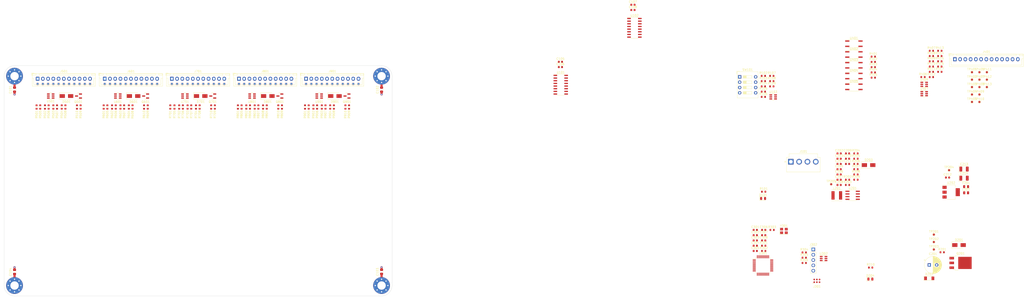
<source format=kicad_pcb>
(kicad_pcb (version 20221018) (generator pcbnew)
  (layers (0 "F.Cu" signal) (1 "In1.Cu" signal) (2 "In2.Cu" signal) (31 "B.Cu" signal) (34 "B.Paste" user) (35 "F.Paste" user) (36 "B.SilkS" user "B.Silkscreen") (37 "F.SilkS" user "F.Silkscreen") (38 "B.Mask" user) (39 "F.Mask" user) (44 "Edge.Cuts" user))
  (net 0 "")
  (net 1 "GND")
  (net 2 "Net-(C101-Pad2)")
  (net 3 "Net-(C102-Pad2)")
  (net 4 "Net-(C103-Pad2)")
  (net 5 "Net-(C104-Pad2)")
  (net 6 "+3V3")
  (net 7 "VCC")
  (net 8 "/Power/BUCK_SS")
  (net 9 "/Power/BUCK_CP")
  (net 10 "Net-(C208-Pad1)")
  (net 11 "/Power/BUCK_BOOT")
  (net 12 "/Power/BUCK_PH")
  (net 13 "/Power/+5V")
  (net 14 "/Power/LDO_VI")
  (net 15 "/Power/LDO_VO")
  (net 16 "/MCU/RCC_OSC_IN")
  (net 17 "/MCU/MCU_NRST")
  (net 18 "Net-(C303-Pad1)")
  (net 19 "/STATUS_LED_K")
  (net 20 "/STATUS_LED_A")
  (net 21 "/Power/EXT_VCC")
  (net 22 "Net-(D202-A)")
  (net 23 "/Power/POWER_LED_K")
  (net 24 "/Pad Channel 1/CH_LIGHT_CONN")
  (net 25 "/Pad Channel 2/CH_LIGHT_CONN")
  (net 26 "/Pad Channel 3/CH_LIGHT_CONN")
  (net 27 "/Pad Channel 4/CH_LIGHT_CONN")
  (net 28 "/Pad Channel 5/CH_LIGHT_CONN")
  (net 29 "/MCU/CONN_SWDIO")
  (net 30 "/MCU/CONN_NRST")
  (net 31 "/MCU/CONN_SWCLK")
  (net 33 "/Comm Channel/TEST_CONN")
  (net 34 "/Comm Channel/FL5_CONN")
  (net 35 "/Comm Channel/FL4_CONN")
  (net 36 "/Comm Channel/FL3_CONN")
  (net 37 "/Comm Channel/FL2_CONN")
  (net 38 "/Comm Channel/FL1_CONN")
  (net 39 "/Comm Channel/CH5_PAD_CONN")
  (net 40 "/Comm Channel/CH4_PAD_CONN")
  (net 41 "/Comm Channel/CH3_PAD_CONN")
  (net 42 "/Comm Channel/CH2_PAD_CONN")
  (net 43 "/Comm Channel/CH1_PAD_CONN")
  (net 44 "GND1")
  (net 45 "/Pad Channel 1/CH_S1_CONN")
  (net 46 "/Pad Channel 1/CH_S2_CONN")
  (net 47 "/Pad Channel 1/CH_S3_CONN")
  (net 48 "/Pad Channel 1/CH_S4_CONN")
  (net 49 "/Pad Channel 2/CH_S1_CONN")
  (net 50 "/Pad Channel 2/CH_S2_CONN")
  (net 51 "/Pad Channel 2/CH_S3_CONN")
  (net 52 "/Pad Channel 2/CH_S4_CONN")
  (net 53 "/Pad Channel 3/CH_S1_CONN")
  (net 54 "/Pad Channel 3/CH_S2_CONN")
  (net 55 "/Pad Channel 3/CH_S3_CONN")
  (net 56 "/Pad Channel 3/CH_S4_CONN")
  (net 57 "/Pad Channel 4/CH_S1_CONN")
  (net 58 "/Pad Channel 4/CH_S2_CONN")
  (net 59 "/Pad Channel 4/CH_S3_CONN")
  (net 60 "/Pad Channel 4/CH_S4_CONN")
  (net 61 "/Pad Channel 5/CH_S1_CONN")
  (net 62 "/Pad Channel 5/CH_S2_CONN")
  (net 63 "/Pad Channel 5/CH_S3_CONN")
  (net 64 "/Pad Channel 5/CH_S4_CONN")
  (net 65 "Net-(Q501-G)")
  (net 66 "Net-(Q601-G)")
  (net 67 "Net-(Q701-G)")
  (net 68 "Net-(Q801-G)")
  (net 69 "Net-(Q901-G)")
  (net 70 "Net-(U103-IO1)")
  (net 71 "/OPT_COMP_MODE")
  (net 72 "Net-(U103-IO2)")
  (net 73 "/OPT_DEBOUNCE")
  (net 74 "Net-(U103-IO3)")
  (net 75 "/OPT_LIGHT_MODE")
  (net 76 "Net-(U103-IO4)")
  (net 77 "/OPT_BOOT0")
  (net 78 "Net-(R202-Pad1)")
  (net 79 "/Power/BUCK_EN")
  (net 80 "/Power/BUCK_VSENSE")
  (net 81 "Net-(R208-Pad2)")
  (net 82 "/MCU/RCC_OSC_OUT")
  (net 83 "/MCU/MCU_SWDIO")
  (net 84 "/MCU/MCU_SWCLK")
  (net 85 "/CH1_PAD")
  (net 86 "Net-(R401-Pad2)")
  (net 87 "/CH2_PAD")
  (net 88 "Net-(R402-Pad2)")
  (net 89 "/CH3_PAD")
  (net 90 "Net-(R403-Pad2)")
  (net 91 "/CH4_PAD")
  (net 92 "Net-(R404-Pad2)")
  (net 93 "/CH5_PAD")
  (net 94 "Net-(R405-Pad2)")
  (net 95 "/COMM.TEST")
  (net 96 "/COMM.FL5")
  (net 97 "/COMM.FL4")
  (net 98 "/COMM.FL3")
  (net 99 "/COMM.FL2")
  (net 100 "/COMM.FL1")
  (net 101 "/CH1_S1")
  (net 102 "/CH1_S2")
  (net 103 "/CH1_S3")
  (net 104 "/CH1_S4")
  (net 105 "/LIGHT_CH1")
  (net 106 "/CH2_S1")
  (net 107 "/CH2_S2")
  (net 108 "/CH2_S3")
  (net 109 "/CH2_S4")
  (net 110 "/LIGHT_CH2")
  (net 111 "/CH3_S1")
  (net 112 "/CH3_S2")
  (net 113 "/CH3_S3")
  (net 114 "/CH3_S4")
  (net 115 "/LIGHT_CH3")
  (net 116 "/CH4_S1")
  (net 117 "/CH4_S2")
  (net 118 "/CH4_S3")
  (net 119 "/CH4_S4")
  (net 120 "/LIGHT_CH4")
  (net 121 "/CH5_S1")
  (net 122 "/CH5_S2")
  (net 123 "/CH5_S3")
  (net 124 "/CH5_S4")
  (net 125 "/LIGHT_CH5")
  (net 129 "/LIGHTS_SRCLK")
  (net 130 "/LIGHTS_RCLK")
  (net 131 "/LIGHTS_SER")
  (net 136 "/PADS_SRCLK")
  (net 137 "/PADS_RCLK")
  (net 138 "/PADS_SER")
  (footprint "Resistor_SMD:R_0603_1608Metric" (layer "F.Cu") (at 456.165 97.97)
    (fp_text reference "R203")
    (fp_text value "100k")
  )
  (footprint "Capacitor_SMD:C_0603_1608Metric" (layer "F.Cu") (at 456.165 87.93)
    (fp_text reference "C211")
    (fp_text value "10u")
  )
  (footprint "Resistor_SMD:R_0603_1608Metric" (layer "F.Cu") (at 79.25 60.75 -90)
    (fp_text reference "R507")
    (fp_text value "150R")
  )
  (footprint "Package_TO_SOT_SMD:SOT-23-6" (layer "F.Cu") (at 204.25 55.5 180)
    (fp_text reference "U901")
    (fp_text value "SRV05-4")
  )
  (footprint "Resistor_SMD:R_0603_1608Metric" (layer "F.Cu") (at 467.175 137.42)
    (fp_text reference "R210")
    (fp_text value "1k")
  )
  (footprint "Package_SO:SO-4_4.4x3.6mm_P2.54mm" (layer "F.Cu") (at 459.2 51.1)
    (fp_text reference "U405")
    (fp_text value "EL357N(C)(TA)-G")
  )
  (footprint "Resistor_SMD:R_0603_1608Metric" (layer "F.Cu") (at 73.5 60.75 90)
    (fp_text reference "R502")
    (fp_text value "10k")
  )
  (footprint "Resistor_SMD:R_0603_1608Metric" (layer "F.Cu") (at 500.175 43.93)
    (fp_text reference "R417")
    (fp_text value "10k")
  )
  (footprint "Connector:Tag-Connect_TC2030-IDC-NL_2x03_P1.27mm_Vertical" (layer "F.Cu") (at 441.55 143.76)
    (fp_text reference "J301")
    (fp_text value "TC2030-MCP-NL")
  )
  (footprint "Fuse:Fuse_0805_2012Metric" (layer "F.Cu") (at 512.705 98.77)
    (fp_text reference "F201")
    (fp_text value "BSMD0805-035")
  )
  (footprint "Resistor_SMD:R_0603_1608Metric" (layer "F.Cu") (at 496.165 33.89)
    (fp_text reference "R407")
    (fp_text value "150R")
  )
  (footprint "Capacitor_SMD:C_0603_1608Metric" (layer "F.Cu") (at 503.85 94.42)
    (fp_text reference "C212")
    (fp_text value "100n")
  )
  (footprint "Resistor_SMD:R_0603_1608Metric" (layer "F.Cu") (at 88.75 60.75 -90)
    (fp_text reference "R510")
    (fp_text value "10k")
  )
  (footprint "Resistor_SMD:R_0603_1608Metric" (layer "F.Cu") (at 90.5 60.75 -90)
    (fp_text reference "R509")
    (fp_text value "150R")
  )
  (footprint "TestPoint:TestPoint_Pad_D1.0mm" (layer "F.Cu") (at 519.05 51.22)
    (fp_text reference "TP408")
    (fp_text value "TestPoint_Small")
  )
  (footprint "Resistor_SMD:R_0603_1608Metric" (layer "F.Cu") (at 416.045 50.89)
    (fp_text reference "R104")
    (fp_text value "150R")
  )
  (footprint "Connector_JST:JST_XH_B13B-XH-A_1x13_P2.50mm_Vertical" (layer "F.Cu") (at 507.35 37.92)
    (fp_text reference "J401")
    (fp_text value "JST_B13P_XH")
  )
  (footprint "Package_TO_SOT_SMD:SOT-23-6" (layer "F.Cu") (at 172.25 55.5 180)
    (fp_text reference "U801")
    (fp_text value "SRV05-4")
  )
  (footprint "Resistor_SMD:R_0603_1608Metric" (layer "F.Cu") (at 460.175 92.95)
    (fp_text reference "R208")
    (fp_text value "100R")
  )
  (footprint "Button_Switch_THT:SW_DIP_SPSTx04_Slide_9.78x12.34mm_W7.62mm_P2.54mm" (layer "F.Cu") (at 404.73 46.34)
    (fp_text reference "SW101")
    (fp_text value "SW_DIP_x04")
  )
  (footprint "Package_TO_SOT_SMD:SOT-23-6" (layer "F.Cu") (at 76.25 55.5 180)
    (fp_text reference "U501")
    (fp_text value "SRV05-4")
  )
  (footprint "MountingHole:MountingHole_4mm_Pad_Via" (layer "F.Cu") (at 234 146)
    (fp_text reference "H103" hide)
    (fp_text value "MountingHole_Pad")
  )
  (footprint "Resistor_SMD:R_0603_1608Metric" (layer "F.Cu") (at 460.175 90.44)
    (fp_text reference "R207")
    (fp_text value "10k")
  )
  (footprint "Resistor_SMD:R_0603_1608Metric" (layer "F.Cu") (at 83.25 60.75 90)
    (fp_text reference "R508")
    (fp_text value "150R")
  )
  (footprint "Resistor_SMD:R_0603_1608Metric" (layer "F.Cu") (at 169.5 60.75 90)
    (fp_text reference "R802")
    (fp_text value "10k")
  )
  (footprint "Capacitor_SMD:C_0603_1608Metric" (layer "F.Cu") (at 452.155 92.95)
    (fp_text reference "C206")
    (fp_text value "10n")
  )
  (footprint "Package_QFP:LQFP-48_7x7mm_P0.5mm" (layer "F.Cu") (at 415.85 136.42)
    (fp_text reference "U301")
    (fp_text value "STM32F030C8Tx")
  )
  (footprint "TestPoint:TestPoint_Pad_D1.0mm" (layer "F.Cu") (at 515.5 51.22)
    (fp_text reference "TP403")
    (fp_text value "TestPoint_Small")
  )
  (footprint "Resistor_SMD:R_0603_1608Metric" (layer "F.Cu") (at 77.5 60.75 90)
    (fp_text reference "R503")
    (fp_text value "10k")
  )
  (footprint "Resistor_SMD:R_0603_1608Metric" (layer "F.Cu") (at 460.175 95.46)
    (fp_text reference "R209")
    (fp_text value "1.9k")
  )
  (footprint "Resistor_SMD:R_0603_1608Metric" (layer "F.Cu") (at 420.2 119.45)
    (fp_text reference "R303")
    (fp_text value "47")
  )
  (footprint "Capacitor_SMD:C_0603_1608Metric" (layer "F.Cu") (at 452.155 97.97)
    (fp_text reference "C208")
    (fp_text value "5n6")
  )
  (footprint "Connector_PinHeader_2.54mm:PinHeader_1x05_P2.54mm_Vertical" (layer "F.Cu") (at 439.85 128.76)
    (fp_text reference "J302")
    (fp_text value "PinHeader_01x05")
  )
  (footprint "Resistor_SMD:R_0603_1608Metric" (layer "F.Cu") (at 492.155 46.44)
    (fp_text reference "R406")
    (fp_text value "150R")
  )
  (footprint "Capacitor_SMD:C_0603_1608Metric" (layer "F.Cu") (at 416.19 119.45)
    (fp_text reference "C306")
    (fp_text value "100n")
  )
  (footprint "Package_TO_SOT_SMD:SOT-23-6" (layer "F.Cu") (at 444.75 133.11)
    (fp_text reference "U302")
    (fp_text value "SRV05-4")
  )
  (footprint "Capacitor_SMD:C_0603_1608Metric" (layer "F.Cu") (at 412.18 119.45)
    (fp_text reference "C301")
    (fp_text value "10p")
  )
  (footprint "Resistor_SMD:R_0603_1608Metric" (layer "F.Cu") (at 420.055 48.38)
    (fp_text reference "R108")
    (fp_text value "10k")
  )
  (footprint "Package_SO:SOIC-8_3.9x4.9mm_P1.27mm" (layer "F.Cu") (at 458.6 102.9)
    (fp_text reference "U201")
    (fp_text value "TPS54331")
  )
  (footprint "Resistor_SMD:R_0603_1608Metric" (layer "F.Cu") (at 107.25 60.75 90)
    (fp_text reference "R606")
    (fp_text value "150R")
  )
  (footprint "Resistor_SMD:R_0603_1608Metric" (layer "F.Cu") (at 115.25 60.75 90)
    (fp_text reference "R608")
    (fp_text value "150R")
  )
  (footprint "Diode_SMD:D_SMA" (layer "F.Cu") (at 115.75 55.5)
    (fp_text reference "D601")
    (fp_text value "SS_34")
  )
  (footprint "Capacitor_SMD:C_0805_2012Metric" (layer "F.Cu") (at 234 52.45 90)
    (fp_text reference "C102")
    (fp_text value "1n")
  )
  (footprint "LED_SMD:LED_0805_2012Metric" (layer "F.Cu") (at 467.0625 142.92)
    (fp_text reference "D204")
    (fp_text value "Power")
  )
  (footprint "Resistor_SMD:R_0603_1608Metric" (layer "F.Cu") (at 416.045 45.87)
    (fp_text reference "R102")
    (fp_text value "150R")
  )
  (footprint "Diode_SMD:D_SMA" (layer "F.Cu") (at 466.205 88.48)
    (fp_text reference "D203")
    (fp_text value "SS34")
  )
  (footprint "Package_TO_SOT_SMD:SOT-23-6" (layer "F.Cu") (at 492.725 49.92)
    (fp_text reference "U406")
    (fp_text value "SRV05-4")
  )
  (footprint "Resistor_SMD:R_0603_1608Metric" (layer "F.Cu") (at 71.25 60.75 90)
    (fp_text reference "R505")
    (fp_text value "150R")
  )
  (footprint "Connector_JST:JST_VH_B4P-VH_1x04_P3.96mm_Vertical" (layer "F.Cu") (at 429.1325 86.87)
    (fp_text reference "J101")
    (fp_text value "JST_VH_B4P")
  )
  (footprint "Capacitor_SMD:C_0603_1608Metric" (layer "F.Cu") (at 416.19 121.96)
    (fp_text reference "C307")
    (fp_text value "100n")
  )
  (footprint "TestPoint:TestPoint_Pad_D1.0mm" (layer "F.Cu") (at 497.317349 128.77)
    (fp_text reference "TP203")
    (fp_text value "TestPoint_Small")
  )
  (footprint "Package_TO_SOT_SMD:SOT-23-6" (layer "F.Cu") (at 108.25 55.5 180)
    (fp_text reference "U601")
    (fp_text value "SRV05-4")
  )
  (footprint "Diode_SMD:D_SMA" (layer "F.Cu") (at 147.75 55.5)
    (fp_text reference "D701")
    (fp_text value "SS_34")
  )
  (footprint "Capacitor_Tantalum_SMD:CP_EIA-3528-15_AVX-H" (layer "F.Cu") (at 511.72 90.37)
    (fp_text reference "C213")
    (fp_text value "22u")
  )
  (footprint "Capacitor_SMD:C_0603_1608Metric" (layer "F.Cu") (at 319.275 39.15)
    (fp_text reference "C105")
    (fp_text value "10n")
  )
  (footprint "Resistor_SMD:R_0603_1608Metric" (layer "F.Cu") (at 496.165 43.93)
    (fp_text reference "R411")
    (fp_text value "150R")
  )
  (footprint "Resistor_SMD:R_0603_1608Metric" (layer "F.Cu") (at 154.5 60.75 -90)
    (fp_text reference "R709")
    (fp_text value "150R")
  )
  (footprint "Capacitor_SMD:C_0603_1608Metric" (layer "F.Cu") (at 412.18 124.47)
    (fp_text reference "C303")
    (fp_text value "10p")
  )
  (footprint "Diode_SMD:D_SMA" (layer "F.Cu") (at 211.75 55.5)
    (fp_text reference "D901")
    (fp_text value "SS_34")
  )
  (footprint "Capacitor_SMD:C_0603_1608Metric" (layer "F.Cu") (at 412.18 121.96)
    (fp_text reference "C302")
    (fp_text value "100n")
  )
  (footprint "Resistor_SMD:R_0603_1608Metric" (layer "F.Cu") (at 171.25 60.75 90)
    (fp_text reference "R806")
    (fp_text value "150R")
  )
  (footprint "Resistor_SMD:R_0603_1608Metric" (layer "F.Cu") (at 211.25 60.75 90)
    (fp_text reference "R908")
    (fp_text value "150R")
  )
  (footprint "Connector_JST:JST_XH_B11B-XH-A_1x11_P2.50mm_Vertical" (layer "F.Cu") (at 102 47.25)
    (fp_text reference "J601")
    (fp_text value "JST_B11P_XH_A")
  )
  (footprint "Diode_SMD:D_MiniMELF" (layer "F.Cu") (at 495.12 142.57)
    (fp_text reference "D202")
    (fp_text value "5V6")
  )
  (footprint "Package_TO_SOT_SMD:SOT-23" (layer "F.Cu") (at 153.5 55.5 180)
    (fp_text reference "Q701")
    (fp_text value "AO3400A")
  )
  (footprint "Resistor_SMD:R_0603_1608Metric" (layer "F.Cu") (at 456.165 95.46)
    (fp_text reference "R202")
    (fp_text value "10k")
  )
  (footprint "Resistor_SMD:R_0603_1608Metric" (layer "F.Cu") (at 147.25 60.75 90)
    (fp_text reference "R708")
    (fp_text value "150R")
  )
  (footprint "Resistor_SMD:R_0603_1608Metric" (layer "F.Cu") (at 173.5 60.75 90)
    (fp_text reference "R803")
    (fp_text value "10k")
  )
  (footprint "Package_TO_SOT_SMD:SOT-223-3_TabPin2" (layer "F.Cu") (at 505.575 101.42)
    (fp_text reference "U202")
    (fp_text value "AMS1117-3.3")
  )
  (footprint "Resistor_SMD:R_0603_1608Metric" (layer "F.Cu") (at 152.75 60.75 -90)
    (fp_text reference "R710")
    (fp_text value "10k")
  )
  (footprint "Resistor_SMD:R_0603_1608Metric" (layer "F.Cu") (at 500.175 38.91)
    (fp_text reference "R415")
    (fp_text value "10k")
  )
  (footprint "Resistor_SMD:R_0603_1608Metric" (layer "F.Cu") (at 175.25 60.75 90)
    (fp_text reference "R807")
    (fp_text value "150R")
  )
  (footprint "Capacitor_SMD:C_0805_2012Metric" (layer "F.Cu") (at 59 52.45 90)
    (fp_text reference "C101")
    (fp_text value "1n")
  )
  (footprint "Resistor_SMD:R_0603_1608Metric" (layer "F.Cu") (at 416.045 53.4)
    (fp_text reference "R105")
    (fp_text value "150R")
  )
  (footprint "Package_TO_SOT_SMD:SOT-23-6" (layer "F.Cu") (at 140.25 55.5 180)
    (fp_text reference "U701")
    (fp_text value "SRV05-4")
  )
  (footprint "Resistor_SMD:R_0603_1608Metric" (layer "F.Cu") (at 416.19 129.49)
    (fp_text reference "R302")
    (fp_text value "NC")
  )
  (footprint "Resistor_SMD:R_0603_1608Metric" (layer "F.Cu") (at 216.75 60.75 -90)
    (fp_text reference "R910")
    (fp_text value "10k")
  )
  (footprint "Capacitor_SMD:C_0603_1608Metric" (layer "F.Cu") (at 452.155 90.44)
    (fp_text reference "C205")
    (fp_text value "1n")
  )
  (footprint "TestPoint:TestPoint_Pad_D1.0mm" (layer "F.Cu") (at 497.317349 121.67)
    (fp_text reference "TP201")
    (fp_text value "TestPoint_Small")
  )
  (footprint "Package_TO_SOT_SMD:SOT-23" (layer "F.Cu") (at 217.5 55.5 180)
    (fp_text reference "Q901")
    (fp_text value "AO3400A")
  )
  (footprint "Connector_JST:JST_XH_B11B-XH-A_1x11_P2.50mm_Vertical" (layer "F.Cu") (at 198 47.25)
    (fp_text reference "J901")
    (fp_text value "JST_B11P_XH_A")
  )
  (footprint "Resistor_SMD:R_0603_1608Metric" (layer "F.Cu") (at 460.175 82.91)
    (fp_text reference "R204")
    (fp_text value "10k")
  )
  (footprint "Capacitor_SMD:C_0603_1608Metric" (layer "F.Cu") (at 456.165 82.91)
    (fp_text reference "C209")
    (fp_text value "100n")
  )
  (footprint "Resistor_SMD:R_0603_1608Metric" (layer "F.Cu") (at 468.455 41.7)
    (fp_text reference "R403")
    (fp_text value "330R")
  )
  (footprint "Resistor_SMD:R_0603_1608Metric" (layer "F.Cu") (at 468.455 39.19)
    (fp_text reference "R402")
    (fp_text value "330R")
  )
  (footprint "Resistor_SMD:R_0603_1608Metric" (layer "F.Cu") (at 496.165 38.91)
    (fp_text reference "R409")
    (fp_text value "150R")
  )
  (footprint "Resistor_SMD:R_0603_1608Metric" (layer "F.Cu") (at 468.455 46.72)
    (fp_text reference "R405")
    (fp_text value "330R")
  )
  (footprint "Resistor_SMD:R_0603_1608Metric" (layer "F.Cu") (at 435.52 130.2)
    (fp_text reference "R304")
    (fp_text value "150R")
  )
  (footprint "Resistor_SMD:R_0603_1608Metric" (layer "F.Cu") (at 500.175 41.42)
    (fp_text reference "R416")
    (fp_text value "10k")
  )
  (footprint "Resistor_SMD:R_0603_1608Metric" (layer "F.Cu") (at 468.455 36.68)
    (fp_text reference "R401")
    (fp_text value "330R")
  )
  (footprint "Package_SO:SO-16_3.9x9.9mm_P1.27mm" (layer "F.Cu") (at 319.425 50.095)
    (fp_text reference "U101")
    (fp_text value "74HC595")
  )
  (footprint "Resistor_SMD:R_0603_1608Metric" (layer "F.Cu") (at 203.25 60.75 90)
    (fp_text reference "R906")
    (fp_text value "150R")
  )
  (footprint "Resistor_SMD:R_0603_1608Metric" (layer "F.Cu") (at 101.5 60.75 90)
    (fp_text reference "R601")
    (fp_text value "10k")
  )
  (footprint "Capacitor_SMD:C_0603_1608Metric" (layer "F.Cu") (at 452.155 85.42)
    (fp_text reference "C203")
    (fp_text value "10u")
  )
  (footprint "Resistor_SMD:R_0603_1608Metric" (layer "F.Cu") (at 218.5 60.75 -90)
    (fp_text reference "R909")
    (fp_text value "150R")
  )
  (footprint "Resistor_SMD:R_0603_1608Metric" (layer "F.Cu") (at 460.175 87.93)
    (fp_text reference "R206")
    (fp_text value "6k81")
  )
  (footprint "Resistor_SMD:R_0603_1608Metric" (layer "F.Cu") (at 416.19 126.98)
    (fp_text reference "R301")
    (fp_text value "10k")
  )
  (footprint "Capacitor_SMD:C_0603_1608Metric" (layer "F.Cu") (at 452.155 87.93)
    (fp_text reference "C204")
    (fp_text value "10n")
  )
  (footprint "Resistor_SMD:R_0603_1608Metric" (layer "F.Cu") (at 133.25 60.75 90)
    (fp_text reference "R701")
    (fp_text value "10k")
  )
  (footprint "TestPoint:TestPoint_Pad_D1.0mm" (layer "F.Cu") (at 522.6 44.12)
    (fp_text reference "TP411")
    (fp_text value "TestPoint_Small")
  )
  (footprint "Connector_JST:JST_XH_B11B-XH-A_1x11_P2.50mm_Vertical" (layer "F.Cu") (at 70 47.25)
    (fp_text reference "J501")
    (fp_text value "JST_B11P_XH_A")
  )
  (footprint "Crystal:Crystal_SMD_3225-4Pin_3.2x2.5mm" (layer "F.Cu") (at 425.85 119.92)
    (fp_text reference "Y301")
    (fp_text value "16Mhz")
  )
  (footprint "Diode_SMD:D_SMA" (layer "F.Cu") (at 83.75 55.5)
    (fp_text reference "D501")
    (fp_text value "SS_34")
  )
  (footprint "Capacitor_THT:CP_Radial_D8.0mm_P3.50mm" (layer "F.Cu") (at 495.164698 136.17)
    (fp_text reference "C201")
    (fp_text value "330u")
  )
  (footprint "LED_SMD:LED_0805_2012Metric" (layer "F.Cu") (at 415.9125 104.42)
    (fp_text reference "D101")
    (fp_text value "Status")
  )
  (footprint "Package_SO:SO-4_4.4x3.6mm_P2.54mm" (layer "F.Cu") (at 459.2 30.5)
    (fp_text reference "U401")
    (fp_text value "EL357N(C)(TA)-G")
  )
  (footprint "TestPoint:TestPoint_Pad_D1.0mm" (layer "F.Cu") (at 515.5 58.32)
    (fp_text reference "TP405")
    (fp_text value "TestPoint_Small")
  )
  (footprint "Resistor_SMD:R_0603_1608Metric" (layer "F.Cu") (at 109.5 60.75 90)
    (fp_text reference "R603")
    (fp_text value "10k")
  )
  (footprint "Resistor_SMD:R_0603_1608Metric" (layer "F.Cu") (at 103.25 60.75 90)
    (fp_text reference "R605")
    (fp_text value "150R")
  )
  (footprint "Resistor_SMD:R_0603_1608Metric" (layer "F.Cu") (at 137.5 60.75 90)
    (fp_text reference "R702")
    (fp_text value "10k")
  )
  (footprint "Capacitor_Tantalum_SMD:CP_EIA-3528-15_AVX-H" (layer "F.Cu") (at 511.72 94.72)
    (fp_text reference "C214")
    (fp_text value "22u")
  )
  (footprint "Resistor_SMD:R_0603_1608Metric" (layer "F.Cu") (at 416.045 48.38)
    (fp_text reference "R103")
    (fp_text value "150R")
  )
  (footprint "TestPoint:TestPoint_Pad_D1.0mm" (layer "F.Cu") (at 522.6 51.22)
    (fp_text reference "TP413")
    (fp_text value "TestPoint_Small")
  )
  (footprint "Package_TO_SOT_SMD:TO-252-3_TabPin2" (layer "F.Cu") (at 510.05 135.2)
    (fp_text reference "Q201")
    (fp_text value "AOD409")
  )
  (footprint "Capacitor_SMD:C_0805_2012Metric" (layer "F.Cu") (at 59 139.5 -90)
    (fp_text reference "C104")
    (fp_text value "1n")
  )
  (footprint "Resistor_SMD:R_0603_1608Metric" (layer "F.Cu") (at 416.17 101.195)
    (fp_text reference "R101")
    (fp_text value "1k")
  )
  (footprint "TestPoint:TestPoint_Pad_D1.0mm" (layer "F.Cu") (at 448.375 97.63)
    (fp_text reference "TP205")
    (fp_text value "TestPoint_Small")
  )
  (footprint "TestPoint:TestPoint_Pad_D1.0mm" (layer "F.Cu") (at 519.05 47.67)
    (fp_text reference "TP407")
    (fp_text value "TestPoint_Small")
  )
  (footprint "Resistor_SMD:R_0603_1608Metric" (layer "F.Cu") (at 501.302349 130.115)
    (fp_text reference "R201")
    (fp_text value "20k")
  )
  (footprint "Package_TO_SOT_SMD:SOT-23-6" (layer "F.Cu") (at 492.725 54.37)
    (fp_text reference "U407")
    (fp_text value "SRV05-4")
  )
  (footprint "Resistor_SMD:R_0603_1608Metric" (layer "F.Cu") (at 165.5 60.75 90)
    (fp_text reference "R801")
    (fp_text value "10k")
  )
  (footprint "Resistor_SMD:R_0603_1608Metric" (layer "F.Cu") (at 69.5 60.75 90)
    (fp_text reference "R501")
    (fp_text value "10k")
  )
  (footprint "Resistor_SMD:R_0603_1608Metric" (layer "F.Cu") (at 420.055 50.89)
    (fp_text reference "R109")
    (fp_text value "10k")
  )
  (footprint "TestPoint:TestPoint_Pad_D1.0mm" (layer "F.Cu") (at 515.5 54.77)
    (fp_text reference "TP404")
    (fp_text value "TestPoint_Small")
  )
  (footprint "Resistor_SMD:R_0603_1608Metric" (layer "F.Cu") (at 113.5 60.75 90)
    (fp_text reference "R604")
    (fp_text value "10k")
  )
  (footprint "Resistor_SMD:R_0603_1608Metric" (layer "F.Cu") (at 435.52 132.71)
    (fp_text reference "R305")
    (fp_text value "150R")
  )
  (footprint "Resistor_SMD:R_0603_1608Metric" (layer "F.Cu") (at 199.25 60.75 90)
    (fp_text reference "R905")
    (fp_text value "150R")
  )
  (footprint "Resistor_SMD:R_0603_1608Metric" (layer "F.Cu") (at 197.5 60.75 90)
    (fp_text reference "R901")
    (fp_text value "10k")
  )
  (footprint "Inductor_SMD:L_Taiyo-Yuden_NR-50xx" (layer "F.Cu") (at 451.05 102.95)
    (fp_text reference "L201")
    (fp_text value "22u")
  )
  (footprint "Resistor_SMD:R_0603_1608Metric" (layer "F.Cu") (at 179.25 60.75 90)
    (fp_text reference "R804")
    (fp_text value "10k")
  )
  (footprint "TestPoint:TestPoint_Pad_D1.0mm" (layer "F.Cu") (at 522.6 47.67)
    (fp_text reference "TP412")
    (fp_text value "TestPoint_Small")
  )
  (footprint "Capacitor_SMD:C_0603_1608Metric" (layer "F.Cu") (at 412.18 126.98)
    (fp_text reference "C304")
    (fp_text value "1u")
  )
  (footprint "Resistor_SMD:R_0603_1608Metric" (layer "F.Cu") (at 145.5 60.75 90)
    (fp_text reference "R704")
    (fp_text value "10k")
  )
  (footprint "Resistor_SMD:R_0603_1608Metric" (layer "F.Cu") (at 81.5 60.75 90)
    (fp_text reference "R504")
    (fp_text value "10k")
  )
  (footprint "Connector_JST:JST_XH_B11B-XH-A_1x11_P2.50mm_Vertical" (layer "F.Cu") (at 134 47.25)
    (fp_text reference "J701")
    (fp_text value "JST_B11P_XH_A")
  )
  (footprint "Resistor_SMD:R_0603_1608Metric" (layer "F.Cu") (at 184.75 60.75 -90)
    (fp_text reference "R810")
    (fp_text value "10k")
  )
  (footprint "Connector_JST:JST_XH_B11B-XH-A_1x11_P2.50mm_Vertical" (layer "F.Cu") (at 166 47.25)
    (fp_text reference "J801")
    (fp_text value "JST_B11P_XH_A")
  )
  (footprint "MountingHole:MountingHole_4mm_Pad_Via" (layer "F.Cu") (at 59 46)
    (fp_text reference "H101" hide)
    (fp_text value "MountingHole_Pad")
  )
  (footprint "Package_TO_SOT_SMD:SOT-23" (layer "F.Cu") (at 89.5 55.5 180)
    (fp_text reference "Q501")
    (fp_text value "AO3400A")
  )
  (footprint "Resistor_SMD:R_0603_1608Metric" (layer "F.Cu") (at 207.25 60.75 90)
    (fp_text reference "R907")
    (fp_text value "150R")
  )
  (footprint "Capacitor_SMD:C_0603_1608Metric" (layer "F.Cu") (at 416.19 124.47)
    (fp_text reference "C308")
    (fp_text value "100n")
  )
  (footprint "TestPoint:TestPoint_Pad_D1.0mm" (layer "F.Cu") (at 515.5 47.67)
    (fp_text reference "TP402")
    (fp_text value "TestPoint_Small")
  )
  (footprint "Capacitor_SMD:C_0603_1608Metric" (layer "F.Cu") (at 452.155 95.46)
    (fp_text reference "C207")
    (fp_text value "6p8")
  )
  (footprint "Resistor_SMD:R_0603_1608Metric" (layer "F.Cu") (at 186.5 60.75 -90)
    (fp_text reference "R809")
    (fp_text value "150R")
  )
  (footprint "Resistor_SMD:R_0603_1608Metric" (layer "F.Cu") (at 75.25 60.75 90)
    (fp_text reference "R506")
    (fp_text value "150R")
  )
  (footprint "Resistor_SMD:R_0603_1608Metric" (layer "F.Cu") (at 139.25 60.75 90)
    (fp_text reference "R706")
    (fp_text value "150R")
  )
  (footprint "Capacitor_SMD:C_0603_1608Metric" (layer "F.Cu") (at 353.85 11.91)
    (fp_text reference "C107")
    (fp_text value "100n")
  )
  (footprint "Resistor_SMD:R_0603_1608Metric" (layer "F.Cu") (at 500.175 36.4)
    (fp_text reference "R414")
    (fp_text value "10k")
  )
  (footprint "Diode_SMD:D_SMA" (layer "F.Cu") (at 509.317349 126.67)
    (fp_text reference "D201")
    (fp_text value "D_TVS")
  )
  (footprint "Resistor_SMD:R_0603_1608Metric" (layer "F.Cu") (at 435.52 135.22)
    (fp_text reference "R306")
    (fp_text value "150R")
  )
  (footprint "Resistor_SMD:R_0603_1608Metric" (layer "F.Cu") (at 209.5 60.75 90)
    (fp_text reference "R904")
    (fp_text value "10k")
  )
  (footprint "Resistor_SMD:R_0603_1608Metric" (layer "F.Cu") (at 205.5 60.75 90)
    (fp_text reference "R903")
    (fp_text value "10k")
  )
  (footprint "TestPoint:TestPoint_Pad_D1.0mm" (layer "F.Cu") (at 519.05 58.32)
    (fp_text reference "TP410")
    (fp_text value "TestPoint_Small")
  )
  (footprint "TestPoint:TestPoint_Pad_D1.0mm" (layer "F.Cu") (at 519.05 44.12)
    (fp_text reference "TP406")
    (fp_text value "TestPoint_Small")
  )
  (footprint "Resistor_SMD:R_0603_1608Metric" (layer "F.Cu") (at 468.455 44.21)
    (fp_text reference "R404")
    (fp_text value "330R")
  )
  (footprint "TestPoint:TestPoint_Pad_D1.0mm" (layer "F.Cu") (at 515.5 44.12)
    (fp_text reference "TP401")
    (fp_text value "TestPoint_Small")
  )
  (footprint "MountingHole:MountingHole_4mm_Pad_Via" (layer "F.Cu") (at 59 146)
    (fp_text reference "H104" hide)
    (fp_text value "MountingHole_Pad")
  )
  (footprint "Resistor_SMD:R_0603_1608Metric" (layer "F.Cu") (at 460.175 85.42)
    (fp_text reference "R205")
    (fp_text value "10k")
  )
  (footprint "Resistor_SMD:R_0603_1608Metric" (layer "F.Cu") (at 135.25 60.75 90)
    (fp_text reference "R705")
    (fp_text value "150R")
  )
  (footprint "Package_TO_SOT_SMD:SOT-23" (layer "F.Cu") (at 185.5 55.5 180)
    (fp_text reference "Q801")
    (fp_text value "AO3400A")
  )
  (footprint "TestPoint:TestPoint_Pad_D1.0mm" (layer "F.Cu") (at 519.05 54.77)
    (fp_text reference "TP409")
    (fp_text value "TestPoint_Small")
  )
  (footprint "Resistor_SMD:R_0603_1608Metric" (layer "F.Cu") (at 496.165 41.42)
    (fp_text reference "R410")
    (fp_text value "150R")
  )
  (footprint "Package_SO:SO-4_4.4x3.6mm_P2.54mm" (layer "F.Cu") (at 459.2 45.95)
    (fp_text reference "U404")
    (fp_text value "EL357N(C)(TA)-G")
  )
  (footprint "Resistor_SMD:R_0603_1608Metric" (layer "F.Cu") (at 496.165 36.4)
    (fp_text reference "R408")
    (fp_text value "150R")
  )
  (footprint "Package_SO:SO-4_4.4x3.6mm_P2.54mm" (layer "F.Cu") (at 459.2 35.65)
    (fp_text reference "U402")
    (fp_text value "EL357N(C)(TA)-G")
  )
  (footprint "Capacitor_SMD:C_0603_1608Metric" (layer "F.Cu") (at 319.275 41.66)
    (fp_text reference "C106")
    (fp_text value "100n")
  )
  (footprint "Resistor_SMD:R_0603_1608Metric" (layer "F.Cu") (at 105.5 60.75 90)
    (fp_text reference "R602")
    (fp_text value "10k")
  )
  (footprint "Resistor_SMD:R_0603_1608Metric" (layer "F.Cu") (at 496.165 46.44)
    (fp_text reference "R412")
    (fp_text value "10k")
  )
  (footprint "Package_SO:SO-4_4.4x3.6mm_P2.54mm" (layer "F.Cu") (at 459.2 40.8)
    (fp_text reference "U403")
    (fp_text value "EL357N(C)(TA)-G")
  )
  (footprint "Resistor_SMD:R_0603_1608Metric" (layer "F.Cu") (at 111.25 60.75 90)
    (fp_text reference "R607")
    (fp_text value "150R")
  )
  (footprint "Resistor_SMD:R_0603_1608Metric" (layer "F.Cu") (at 167.25 60.75 90)
    (fp_text reference "R805")
    (fp_text value "150R")
  )
  (footprint "Resistor_SMD:R_0603_1608Metric" (layer "F.Cu") (at 122.5 60.75 -90)
    (fp_text reference "R609")
    (fp_text value "150R")
  )
  (footprint "Resistor_SMD:R_0603_1608Metric" (layer "F.Cu") (at 141.5 60.75 90)
    (fp_text reference "R703")
    (fp_text value "10k")
  )
  (footprint "Resistor_SMD:R_0603_1608Metric" (layer "F.Cu") (at 143.25 60.75 90)
    (fp_text reference "R707")
    (fp_text value "150R")
  )
  (footprint "Resistor_SMD:R_0603_1608Metric" (layer "F.Cu") (at 420.055 45.87)
    (fp_text reference "R107")
    (fp_text value "10k")
  )
  (footprint "Package_TO_SOT_SMD:SOT-23" (layer "F.Cu") (at 121.5 55.5 180)
    (fp_text reference "Q601")
    (fp_text value "AO3400A")
  )
  (footprint "Resistor_SMD:R_0603_1608Metric" (layer "F.Cu") (at 177.5 60.75 90)
    (fp_text reference "R808")
    (fp_text value "150R")
  )
  (footprint "Capacitor_SMD:C_0603_1608Metric" (layer "F.Cu") (at 353.85 14.42)
    (fp_text reference "C108")
    (fp_text value "10n")
  )
  (footprint "Resistor_SMD:R_0805_2012Metric" (layer "F.Cu") (at 512.705 101.72)
    (fp_text reference "L202")
    (fp_text value "100R")
  )
  (footprint "Capacitor_SMD:C_0603_1608Metric" (layer "F.Cu") (at 456.165 85.42)
    (fp_text reference "C210")
    (fp_text value "10u")
  )
  (footprint "Resistor_SMD:R_0603_1608Metric" (layer "F.Cu") (at 201.5 60.75 90)
    (fp_text reference "R902")
    (fp_text value "10k")
  )
  (footprint "Capacitor_SMD:C_0805_2012Metric" (layer "F.Cu") (at 234 139.45 -90)
    (fp_text reference "C103")
    (fp_text value "1n")
  )
  (footprint "MountingHole:MountingHole_4mm_Pad_Via" (layer "F.Cu") (at 234 46)
    (fp_text reference "H102" hide)
    (fp_text value "MountingHole_Pad")
  )
  (footprint "Resistor_SMD:R_0603_1608Metric" (layer "F.Cu") (at 120.75 60.75 -90)
    (fp_text reference "R610")
    (fp_text value "10k")
  )
  (footprint "Capacitor_SMD:C_0603_1608Metric" (layer "F.Cu") (at 412.18 129.49)
    (fp_text reference "C305")
    (fp_text value "100n")
  )
  (footprint "Package_TO_SOT_SMD:SOT-23-6" (layer "F.Cu") (at 420.7125 55.92)
    (fp_text reference "U103")
    (fp_text value "SRV05-4")
  )
  (footprint "TestPoint:TestPoint_Pad_D1.0mm" (layer "F.Cu") (at 504.575 90.92)
    (fp_text reference "TP204")
    (fp_text value "TestPoint_Small")
  )
  (footprint "Diode_SMD:D_SMA" (layer "F.Cu") (at 179.75 55.5)
    (fp_text reference "D801")
    (fp_text value "SS_34")
  )
  (footprint "Package_SO:SO-16_3.9x9.9mm_P1.27mm" (layer "F.Cu") (at 354.56 22.91)
    (fp_text reference "U102")
    (fp_text value "74HC595")
  )
  (footprint "Resistor_SMD:R_0603_1608Metric" (layer "F.Cu") (at 416.045 55.91)
    (fp_text reference "R106")
    (fp_text value "10k")
  )
  (footprint "TestPoint:TestPoint_Pad_D1.0mm" (layer "F.Cu") (at 497.317349 125.22)
    (fp_text reference "TP202")
    (fp_text value "TestPoint_Small")
  )
  (footprint "Resistor_SMD:R_0603_1608Metric" (layer "F.Cu") (at 500.175 33.89)
    (fp_text reference "R413")
    (fp_text value "10k")
  )
  (footprint "Capacitor_SMD:C_0603_1608Metric" (layer "F.Cu") (at 452.155 82.91)
    (fp_text reference "C202")
    (fp_text value "10u")
  )
  (footprint "TestPoint:TestPoint_Pad_D1.0mm" (layer "B.Cu") (at 114.5 49.75 180)
    (fp_text reference "TP606" hide)
    (fp_text value "TestPoint_Small")
  )
  (footprint "TestPoint:TestPoint_Pad_D1.0mm" (layer "B.Cu") (at 82.5 49.75 180)
    (fp_text reference "TP506" hide)
    (fp_text value "TestPoint_Small")
  )
  (footprint "TestPoint:TestPoint_Pad_D1.0mm" (layer "B.Cu") (at 136.5 49.75)
    (fp_text reference "TP702" hide)
    (fp_text value "TestPoint_Small")
  )
  (footprint "TestPoint:TestPoint_Pad_D1.0mm" (layer "B.Cu") (at 218 49.75 -90)
    (fp_text reference "TP909" hide)
    (fp_text value "TestPoint_Small")
  )
  (footprint "TestPoint:TestPoint_Pad_D1.0mm" (layer "B.Cu") (at 166 49.75 -90)
    (fp_text reference "TP801" hide)
    (fp_text value "TestPoint_Small")
  )
  (footprint "TestPoint:TestPoint_Pad_D1.0mm" (layer "B.Cu") (at 188.5 49.75 -90)
    (fp_text reference "TP810" hide)
    (fp_text value "TestPoint_Small")
  )
  (footprint "TestPoint:TestPoint_Pad_D1.0mm" (layer "B.Cu") (at 159 49.75)
    (fp_text reference "TP711" hide)
    (fp_text value "TestPoint_Small")
  )
  (footprint "TestPoint:TestPoint_Pad_D1.0mm" (layer "B.Cu") (at 181 49.75 -90)
    (fp_text reference "TP807" hide)
    (fp_text value "TestPoint_Small")
  )
  (footprint "TestPoint:TestPoint_Pad_D1.0mm" (layer "B.Cu") (at 198 49.75 -90)
    (fp_text reference "TP901" hide)
    (fp_text value "TestPoint_Small")
  )
  (footprint "TestPoint:TestPoint_Pad_D1.0mm" (layer "B.Cu") (at 200.5 49.75 -90)
    (fp_text reference "TP902" hide)
    (fp_text value "TestPoint_Small")
  )
  (footprint "TestPoint:TestPoint_Pad_D1.0mm" (layer "B.Cu") (at 139 49.75)
    (fp_text reference "TP703" hide)
    (fp_text value "TestPoint_Small")
  )
  (footprint "TestPoint:TestPoint_Pad_D1.0mm" (layer "B.Cu") (at 124.5 49.75 180)
    (fp_text reference "TP610" hide)
    (fp_text value "TestPoint_Small")
  )
  (footprint "TestPoint:TestPoint_Pad_D1.0mm" (layer "B.Cu") (at 186 49.75 -90)
    (fp_text reference "TP809" hide)
    (fp_text value "TestPoint_Small")
  )
  (footprint "TestPoint:TestPoint_Pad_D1.0mm" (layer "B.Cu") (at 95 49.75 180)
    (fp_text reference "TP511" hide)
    (fp_text value "TestPoint_Small")
  )
  (footprint "TestPoint:TestPoint_Pad_D1.0mm" (layer "B.Cu") (at 119.5 49.75 180)
    (fp_text reference "TP608" hide)
    (fp_text value "TestPoint_Small")
  )
  (footprint "TestPoint:TestPoint_Pad_D1.0mm" (layer "B.Cu") (at 107 49.75 180)
    (fp_text reference "TP603" hide)
    (fp_text value "TestPoint_Small")
  )
  (footprint "TestPoint:TestPoint_Pad_D1.0mm" (layer "B.Cu") (at 176 49.75 -90)
    (fp_text reference "TP805" hide)
    (fp_text value "TestPoint_Small")
  )
  (footprint "TestPoint:TestPoint_Pad_D1.0mm" (layer "B.Cu") (at 72.5 49.75 180)
    (fp_text reference "TP502" hide)
    (fp_text value "TestPoint_Small")
  )
  (footprint "TestPoint:TestPoint_Pad_D1.0mm" (layer "B.Cu") (at 104.5 49.75 180)
    (fp_text reference "TP602" hide)
    (fp_text value "TestPoint_Small")
  )
  (footprint "TestPoint:TestPoint_Pad_D1.0mm" (layer "B.Cu") (at 70 49.75 180)
    (fp_text reference "TP501" hide)
    (fp_text value "TestPoint_Small")
  )
  (footprint "TestPoint:TestPoint_Pad_D1.0mm" (layer "B.Cu") (at 80 49.75 180)
    (fp_text reference "TP505" hide)
    (fp_text value "TestPoint_Small")
  )
  (footprint "TestPoint:TestPoint_Pad_D1.0mm" (layer "B.Cu") (at 134 49.75)
    (fp_text reference "TP701" hide)
    (fp_text value "TestPoint_Small")
  )
  (footprint "TestPoint:TestPoint_Pad_D1.0mm" (layer "B.Cu") (at 220.5 49.75 -90)
    (fp_text reference "TP910" hide)
    (fp_text value "TestPoint_Small")
  )
  (footprint "TestPoint:TestPoint_Pad_D1.0mm" (layer "B.Cu") (at 151.5 49.75)
    (fp_text reference "TP708" hide)
    (fp_text value "TestPoint_Small")
  )
  (footprint "TestPoint:TestPoint_Pad_D1.0mm" (layer "B.Cu") (at 173.5 49.75 -90)
    (fp_text reference "TP804" hide)
    (fp_text value "TestPoint_Small")
  )
  (footprint "TestPoint:TestPoint_Pad_D1.0mm" (layer "B.Cu") (at 122 49.75 180)
    (fp_text reference "TP609" hide)
    (fp_text value "TestPoint_Small")
  )
  (footprint "TestPoint:TestPoint_Pad_D1.0mm" (layer "B.Cu") (at 215.5 49.75 -90)
    (fp_text reference "TP908" hide)
    (fp_text value "TestPoint_Small")
  )
  (footprint "TestPoint:TestPoint_Pad_D1.0mm" (layer "B.Cu") (at 109.5 49.75 180)
    (fp_text reference "TP604" hide)
    (fp_text value "TestPoint_Small")
  )
  (footprint "TestPoint:TestPoint_Pad_D1.0mm" (layer "B.Cu") (at 77.5 49.75 180)
    (fp_text reference "TP504" hide)
    (fp_text value "TestPoint_Small")
  )
  (footprint "TestPoint:TestPoint_Pad_D1.0mm" (layer "B.Cu") (at 203 49.75 -90)
    (fp_text reference "TP903" hide)
    (fp_text value "TestPoint_Small")
  )
  (footprint "TestPoint:TestPoint_Pad_D1.0mm" (layer "B.Cu") (at 112 49.75 180)
    (fp_text reference "TP605" hide)
    (fp_text value "TestPoint_Small")
  )
  (footprint "TestPoint:TestPoint_Pad_D1.0mm" (layer "B.Cu") (at 154 49.75)
    (fp_text reference "TP709" hide)
    (fp_text value "TestPoint_Small")
  )
  (footprint "TestPoint:TestPoint_Pad_D1.0mm" (layer "B.Cu") (at 92.5 49.75 180)
    (fp_text reference "TP510" hide)
    (fp_text value "TestPoint_Small")
  )
  (footprint "TestPoint:TestPoint_Pad_D1.0mm" (layer "B.Cu") (at 191 49.75 -90)
    (fp_text reference "TP811" hide)
    (fp_text value "TestPoint_Small")
  )
  (footprint "TestPoint:TestPoint_Pad_D1.0mm" (layer "B.Cu") (at 146.5 49.75)
    (fp_text reference "TP706" hide)
    (fp_text value "TestPoint_Small")
  )
  (footprint "TestPoint:TestPoint_Pad_D1.0mm" (layer "B.Cu") (at 90 49.75 180)
    (fp_text reference "TP509" hide)
    (fp_text value "TestPoint_Small")
  )
  (footprint "TestPoint:TestPoint_Pad_D1.0mm" (layer "B.Cu") (at 183.5 49.75 -90)
    (fp_text reference "TP808" hide)
    (fp_text value "TestPoint_Small")
  )
  (footprint "TestPoint:TestPoint_Pad_D1.0mm" (layer "B.Cu") (at 144 49.75)
    (fp_text reference "TP705" hide)
    (fp_text value "TestPoint_Small")
  )
  (footprint "TestPoint:TestPoint_Pad_D1.0mm" (layer "B.Cu") (at 178.5 49.75 -90)
    (fp_text reference "TP806" hide)
    (fp_text value "TestPoint_Small")
  )
  (footprint "TestPoint:TestPoint_Pad_D1.0mm" (layer "B.Cu") (at 156.5 49.75)
    (fp_text reference "TP710" hide)
    (fp_text value "TestPoint_Small")
  )
  (footprint "TestPoint:TestPoint_Pad_D1.0mm" (layer "B.Cu") (at 127 49.75 180)
    (fp_text reference "TP611" hide)
    (fp_text value "TestPoint_Small")
  )
  (footprint "TestPoint:TestPoint_Pad_D1.0mm" (layer "B.Cu") (at 171 49.75 -90)
    (fp_text reference "TP803" hide)
    (fp_text value "TestPoint_Small")
  )
  (footprint "TestPoint:TestPoint_Pad_D1.0mm" (layer "B.Cu") (at 208 49.75 -90)
    (fp_text reference "TP905" hide)
    (fp_text value "TestPoint_Small")
  )
  (footprint "TestPoint:TestPoint_Pad_D1.0mm" (layer "B.Cu") (at 210.5 49.75 -90)
    (fp_text reference "TP906" hide)
    (fp_text value "TestPoint_Small")
  )
  (footprint "TestPoint:TestPoint_Pad_D1.0mm" (layer "B.Cu") (at 149 49.75)
    (fp_text reference "TP707" hide)
    (fp_text value "TestPoint_Small")
  )
  (footprint "TestPoint:TestPoint_Pad_D1.0mm" (layer "B.Cu") (at 87.5 49.75 180)
    (fp_text reference "TP508" hide)
    (fp_text value "TestPoint_Small")
  )
  (footprint "TestPoint:TestPoint_Pad_D1.0mm" (layer "B.Cu") (at 205.5 49.75 -90)
    (fp_text reference "TP904" hide)
    (fp_text value "TestPoint_Small")
  )
  (footprint "TestPoint:TestPoint_Pad_D1.0mm" (layer "B.Cu") (at 223 49.75 -90)
    (fp_text reference "TP911" hide)
    (fp_text value "TestPoint_Small")
  )
  (footprint "TestPoint:TestPoint_Pad_D1.0mm" (layer "B.Cu") (at 75 49.75 180)
    (fp_text reference "TP503" hide)
    (fp_text value "TestPoint_Small")
  )
  (footprint "TestPoint:TestPoint_Pad_D1.0mm" (layer "B.Cu") (at 85 49.75 180)
    (fp_text reference "TP507" hide)
    (fp_text value "TestPoint_Small")
  )
  (footprint "TestPoint:TestPoint_Pad_D1.0mm" (layer "B.Cu") (at 102 49.75 180)
    (fp_text reference "TP601" hide)
    (fp_text value "TestPoint_Small")
  )
  (footprint "TestPoint:TestPoint_Pad_D1.0mm" (layer "B.Cu") (at 117 49.75 180)
    (fp_text reference "TP607" hide)
    (fp_text value "TestPoint_Small")
  )
  (footprint "TestPoint:TestPoint_Pad_D1.0mm" (layer "B.Cu") (at 141.5 49.75)
    (fp_text reference "TP704" hide)
    (fp_text value "TestPoint_Small")
  )
  (footprint "TestPoint:TestPoint_Pad_D1.0mm" (layer "B.Cu") (at 213 49.75 -90)
    (fp_text reference "TP907" hide)
    (fp_text value "TestPoint_Small")
  )
  (footprint "TestPoint:TestPoint_Pad_D1.0mm" (layer "B.Cu") (at 168.5 49.75 -90)
    (fp_text reference "TP802" hide)
    (fp_text value "TestPoint_Small")
  )
  (gr_arc (start 239 146) (mid 237.535534 149.535534) (end 234 151) (stroke (width 0.1)) (layer "Edge.Cuts"))
  (gr_line (start 59 41) (end 234 41) (stroke (width 0.1)) (layer "Edge.Cuts"))
  (gr_arc (start 234 41) (mid 237.535534 42.464466) (end 239 46) (stroke (width 0.1)) (layer "Edge.Cuts"))
  (gr_arc (start 59 151) (mid 55.464466 149.535534) (end 54 146) (stroke (width 0.1)) (layer "Edge.Cuts"))
  (gr_arc (start 54 46) (mid 55.464466 42.464466) (end 59 41) (stroke (width 0.1)) (layer "Edge.Cuts"))
  (gr_line (start 59 151) (end 234 151) (stroke (width 0.1)) (layer "Edge.Cuts"))
  (gr_line (start 54 46) (end 54 146) (stroke (width 0.1)) (layer "Edge.Cuts"))
  (gr_line (start 239 46) (end 239 146) (stroke (width 0.1)) (layer "Edge.Cuts"))
  (segment (start 59 138.55) (end 59 137.25) (width 1) (layer "F.Cu") (net 1))
  (segment (start 234 138.5) (end 234 137.25) (width 1) (layer "F.Cu") (net 1))
  (segment (start 59 53.4) (end 59 54.75) (width 1) (layer "F.Cu") (net 1))
  (segment (start 234 53.4) (end 234 54.75) (width 1) (layer "F.Cu") (net 1))
  (via (at 59 54.75) (size 0.8) (drill 0.3) (layers "F.Cu" "B.Cu") (net 1))
  (via (at 59 137.25) (size 0.8) (drill 0.3) (layers "F.Cu" "B.Cu") (net 1))
  (via (at 234 137.25) (size 0.8) (drill 0.3) (layers "F.Cu" "B.Cu") (net 1))
  (via (at 234 54.75) (size 0.8) (drill 0.3) (layers "F.Cu" "B.Cu") (net 1))
  (segment (start 59 51.5) (end 59 46) (width 1) (layer "F.Cu") (net 2))
  (segment (start 234 51.5) (end 234 46) (width 1) (layer "F.Cu") (net 3))
  (segment (start 234 140.4) (end 234 143) (width 1) (layer "F.Cu") (net 4))
  (segment (start 59 140.45) (end 59 143) (width 1) (layer "F.Cu") (net 5))
)
</source>
